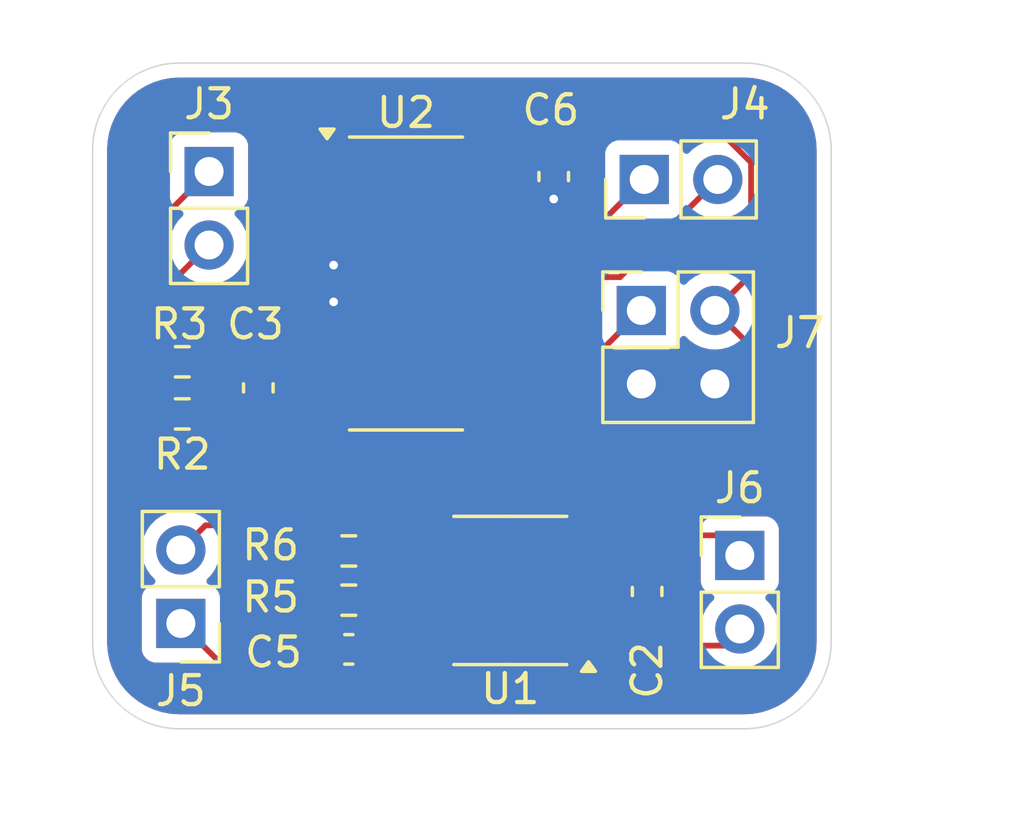
<source format=kicad_pcb>
(kicad_pcb (version 20240108) (generator "pcbnew") (generator_version "8.0")
  (layers (0 "F.Cu" signal) (31 "B.Cu" signal) (34 "B.Paste" user) (35 "F.Paste" user) (36 "B.SilkS" user "B.Silkscreen") (37 "F.SilkS" user "F.Silkscreen") (38 "B.Mask" user) (39 "F.Mask" user) (44 "Edge.Cuts" user))
  (net 0 "")
  (net 1 "+5V")
  (net 2 "GND")
  (net 3 "Net-(U2-INA+)")
  (net 4 "Net-(U2-INA-)")
  (net 5 "Net-(C5-Pad2)")
  (net 6 "+3.3V")
  (net 7 "INA+")
  (net 8 "INA-")
  (net 9 "DOUT")
  (net 10 "PD_SCK")
  (net 11 "CANL")
  (net 12 "CANH")
  (net 13 "TXD")
  (net 14 "RXD")
  (net 15 "STANDBY")
  (footprint "Connector_PinHeader_2.54mm:PinHeader_1x02_P2.54mm_Vertical" (layer "F.Cu") (at 141.025 93.99)
    (property "Reference" "J6" (at 0 -2.33 360) (layer "F.SilkS"))
    (property "Value" "Conn_01x02_Pin")
    (fp_line (start -1.33 -1.33) (end 0 -1.33) (stroke (width 0.12)) (layer "F.SilkS"))
    (fp_line (start -1.33 0) (end -1.33 -1.33) (stroke (width 0.12)) (layer "F.SilkS"))
    (fp_line (start -1.33 1.27) (end -1.33 3.87) (stroke (width 0.12)) (layer "F.SilkS"))
    (fp_line (start -1.33 1.27) (end 1.33 1.27) (stroke (width 0.12)) (layer "F.SilkS"))
    (fp_line (start -1.33 3.87) (end 1.33 3.87) (stroke (width 0.12)) (layer "F.SilkS"))
    (fp_line (start 1.33 1.27) (end 1.33 3.87) (stroke (width 0.12)) (layer "F.SilkS"))
    (pad "1" thru_hole rect (at 0 0) (size 1.7 1.7) (drill 1) (layers "*.Cu" "*.Mask") (net 14 "RXD"))
    (pad "2" thru_hole oval (at 0 2.54) (size 1.7 1.7) (drill 1) (layers "*.Cu" "*.Mask") (net 13 "TXD"))
  )
  (footprint "Capacitor_SMD:C_0603_1608Metric" (layer "F.Cu") (at 137.825 95.235 90)
    (property "Reference" "C2" (at -2.73 0 90) (layer "F.SilkS"))
    (property "Value" "100nF")
    (fp_line (start -0.14058 -0.51) (end 0.14058 -0.51) (stroke (width 0.12)) (layer "F.SilkS"))
    (fp_line (start -0.14058 0.51) (end 0.14058 0.51) (stroke (width 0.12)) (layer "F.SilkS"))
    (pad "1" smd roundrect (at -0.775 0 90) (size 0.9 0.95) (layers "F.Cu" "F.Paste" "F.Mask") (net 2 "GND"))
    (pad "2" smd roundrect (at 0.775 0 90) (size 0.9 0.95) (layers "F.Cu" "F.Paste" "F.Mask") (net 1 "+5V"))
  )
  (footprint "Capacitor_SMD:C_0603_1608Metric" (layer "F.Cu") (at 124.4 88.2 90)
    (property "Reference" "C3" (at 2.2 -0.1 180) (layer "F.SilkS"))
    (property "Value" "0.1uF")
    (fp_line (start -0.14058 -0.51) (end 0.14058 -0.51) (stroke (width 0.12)) (layer "F.SilkS"))
    (fp_line (start -0.14058 0.51) (end 0.14058 0.51) (stroke (width 0.12)) (layer "F.SilkS"))
    (pad "1" smd roundrect (at -0.775 0 90) (size 0.9 0.95) (layers "F.Cu" "F.Paste" "F.Mask") (net 3 "Net-(U2-INA+)"))
    (pad "2" smd roundrect (at 0.775 0 90) (size 0.9 0.95) (layers "F.Cu" "F.Paste" "F.Mask") (net 4 "Net-(U2-INA-)"))
  )
  (footprint "Connector_PinHeader_2.54mm:PinHeader_1x02_P2.54mm_Vertical" (layer "F.Cu") (at 137.725 81 90)
    (property "Reference" "J4" (at 2.6 3.475 180) (layer "F.SilkS"))
    (property "Value" "sig_out")
    (fp_line (start -1.33 -1.33) (end 0 -1.33) (stroke (width 0.12)) (layer "F.SilkS"))
    (fp_line (start -1.33 0) (end -1.33 -1.33) (stroke (width 0.12)) (layer "F.SilkS"))
    (fp_line (start 1.33 1.27) (end 1.33 3.87) (stroke (width 0.12)) (layer "F.SilkS"))
    (fp_line (start -1.33 1.27) (end 1.33 1.27) (stroke (width 0.12)) (layer "F.SilkS"))
    (fp_line (start -1.33 1.27) (end -1.33 3.87) (stroke (width 0.12)) (layer "F.SilkS"))
    (fp_line (start -1.33 3.87) (end 1.33 3.87) (stroke (width 0.12)) (layer "F.SilkS"))
    (pad "1" thru_hole rect (at 0 0 90) (size 1.7 1.7) (drill 1) (layers "*.Cu" "*.Mask") (net 9 "DOUT"))
    (pad "2" thru_hole oval (at 0 2.54 90) (size 1.7 1.7) (drill 1) (layers "*.Cu" "*.Mask") (net 10 "PD_SCK"))
  )
  (footprint "Package_SO:SOIC-8_3.9x4.9mm_P1.27mm" (layer "F.Cu") (at 133.1 95.2 180)
    (property "Reference" "U1" (at 0 -3.4 360) (layer "F.SilkS"))
    (property "Value" "TJA1051T-3")
    (fp_line (start 0 2.56) (end 1.95 2.56) (stroke (width 0.12)) (layer "F.SilkS"))
    (fp_line (start 0 2.56) (end -1.95 2.56) (stroke (width 0.12)) (layer "F.SilkS"))
    (fp_line (start 0 -2.56) (end 1.95 -2.56) (stroke (width 0.12)) (layer "F.SilkS"))
    (fp_line (start 0 -2.56) (end -1.95 -2.56) (stroke (width 0.12)) (layer "F.SilkS"))
    (fp_poly (pts (xy -2.7 -2.465) (xy -2.94 -2.795) (xy -2.46 -2.795) (xy -2.7 -2.465)) (stroke (width 0.12)) (fill solid) (layer "F.SilkS"))
    (pad "1" smd roundrect (at -2.475 -1.905 180) (size 1.95 0.6) (layers "F.Cu" "F.Paste" "F.Mask") (net 13 "TXD"))
    (pad "2" smd roundrect (at -2.475 -0.635 180) (size 1.95 0.6) (layers "F.Cu" "F.Paste" "F.Mask") (net 2 "GND"))
    (pad "3" smd roundrect (at -2.475 0.635 180) (size 1.95 0.6) (layers "F.Cu" "F.Paste" "F.Mask") (net 1 "+5V"))
    (pad "4" smd roundrect (at -2.475 1.905 180) (size 1.95 0.6) (layers "F.Cu" "F.Paste" "F.Mask") (net 14 "RXD"))
    (pad "5" smd roundrect (at 2.475 1.905 180) (size 1.95 0.6) (layers "F.Cu" "F.Paste" "F.Mask") (net 6 "+3.3V"))
    (pad "6" smd roundrect (at 2.475 0.635 180) (size 1.95 0.6) (layers "F.Cu" "F.Paste" "F.Mask") (net 11 "CANL"))
    (pad "7" smd roundrect (at 2.475 -0.635 180) (size 1.95 0.6) (layers "F.Cu" "F.Paste" "F.Mask") (net 12 "CANH"))
    (pad "8" smd roundrect (at 2.475 -1.905 180) (size 1.95 0.6) (layers "F.Cu" "F.Paste" "F.Mask") (net 15 "STANDBY"))
  )
  (footprint "Connector_PinHeader_2.54mm:PinHeader_2x02_P2.54mm_Vertical" (layer "F.Cu") (at 137.625 85.525)
    (property "Reference" "J7" (at 5.475 0.775 0) (layer "F.SilkS"))
    (property "Value" "Conn_02x02_Counter_Clockwise")
    (fp_line (start -1.33 -1.33) (end 0 -1.33) (stroke (width 0.12)) (layer "F.SilkS"))
    (fp_line (start -1.33 0) (end -1.33 -1.33) (stroke (width 0.12)) (layer "F.SilkS"))
    (fp_line (start -1.33 1.27) (end -1.33 3.87) (stroke (width 0.12)) (layer "F.SilkS"))
    (fp_line (start -1.33 1.27) (end 1.27 1.27) (stroke (width 0.12)) (layer "F.SilkS"))
    (fp_line (start -1.33 3.87) (end 3.87 3.87) (stroke (width 0.12)) (layer "F.SilkS"))
    (fp_line (start 1.27 -1.33) (end 3.87 -1.33) (stroke (width 0.12)) (layer "F.SilkS"))
    (fp_line (start 1.27 1.27) (end 1.27 -1.33) (stroke (width 0.12)) (layer "F.SilkS"))
    (fp_line (start 3.87 -1.33) (end 3.87 3.87) (stroke (width 0.12)) (layer "F.SilkS"))
    (pad "1" thru_hole rect (at 0 0) (size 1.7 1.7) (drill 1) (layers "*.Cu" "*.Mask") (net 6 "+3.3V"))
    (pad "2" thru_hole oval (at 2.54 0) (size 1.7 1.7) (drill 1) (layers "*.Cu" "*.Mask") (net 1 "+5V"))
    (pad "3" thru_hole oval (at 0 2.54) (size 1.7 1.7) (drill 1) (layers "*.Cu" "*.Mask") (net 2 "GND"))
    (pad "4" thru_hole oval (at 2.54 2.54) (size 1.7 1.7) (drill 1) (layers "*.Cu" "*.Mask") (net 2 "GND"))
  )
  (footprint "Connector_PinHeader_2.54mm:PinHeader_1x02_P2.54mm_Vertical" (layer "F.Cu") (at 122.7 80.725)
    (property "Reference" "J3" (at 0 -2.33 0) (layer "F.SilkS"))
    (property "Value" "sig_in")
    (fp_line (start -1.33 -1.33) (end 0 -1.33) (stroke (width 0.12)) (layer "F.SilkS"))
    (fp_line (start -1.33 0) (end -1.33 -1.33) (stroke (width 0.12)) (layer "F.SilkS"))
    (fp_line (start -1.33 1.27) (end -1.33 3.87) (stroke (width 0.12)) (layer "F.SilkS"))
    (fp_line (start -1.33 1.27) (end 1.33 1.27) (stroke (width 0.12)) (layer "F.SilkS"))
    (fp_line (start -1.33 3.87) (end 1.33 3.87) (stroke (width 0.12)) (layer "F.SilkS"))
    (fp_line (start 1.33 1.27) (end 1.33 3.87) (stroke (width 0.12)) (layer "F.SilkS"))
    (pad "1" thru_hole rect (at 0 0) (size 1.7 1.7) (drill 1) (layers "*.Cu" "*.Mask") (net 8 "INA-"))
    (pad "2" thru_hole oval (at 0 2.54) (size 1.7 1.7) (drill 1) (layers "*.Cu" "*.Mask") (net 7 "INA+"))
  )
  (footprint "Resistor_SMD:R_0603_1608Metric" (layer "F.Cu") (at 121.775 87.3 180)
    (property "Reference" "R3" (at 0.1 1.3 360) (layer "F.SilkS"))
    (property "Value" "100")
    (fp_line (start -0.237258 0.5225) (end 0.237258 0.5225) (stroke (width 0.12)) (layer "F.SilkS"))
    (fp_line (start -0.237258 -0.5225) (end 0.237258 -0.5225) (stroke (width 0.12)) (layer "F.SilkS"))
    (pad "1" smd roundrect (at -0.825 0 180) (size 0.8 0.95) (layers "F.Cu" "F.Paste" "F.Mask") (net 4 "Net-(U2-INA-)"))
    (pad "2" smd roundrect (at 0.825 0 180) (size 0.8 0.95) (layers "F.Cu" "F.Paste" "F.Mask") (net 8 "INA-"))
  )
  (footprint "Connector_PinHeader_2.54mm:PinHeader_1x02_P2.54mm_Vertical" (layer "F.Cu") (at 121.725 96.34 180)
    (property "Reference" "J5" (at 0 -2.33 360) (layer "F.SilkS"))
    (property "Value" "Conn_01x02_Pin")
    (fp_line (start 1.33 1.27) (end 1.33 3.87) (stroke (width 0.12)) (layer "F.SilkS"))
    (fp_line (start -1.33 3.87) (end 1.33 3.87) (stroke (width 0.12)) (layer "F.SilkS"))
    (fp_line (start -1.33 1.27) (end 1.33 1.27) (stroke (width 0.12)) (layer "F.SilkS"))
    (fp_line (start -1.33 1.27) (end -1.33 3.87) (stroke (width 0.12)) (layer "F.SilkS"))
    (fp_line (start -1.33 0) (end -1.33 -1.33) (stroke (width 0.12)) (layer "F.SilkS"))
    (fp_line (start -1.33 -1.33) (end 0 -1.33) (stroke (width 0.12)) (layer "F.SilkS"))
    (pad "1" thru_hole rect (at 0 0 180) (size 1.7 1.7) (drill 1) (layers "*.Cu" "*.Mask") (net 12 "CANH"))
    (pad "2" thru_hole oval (at 0 2.54 180) (size 1.7 1.7) (drill 1) (layers "*.Cu" "*.Mask") (net 11 "CANL"))
  )
  (footprint "Resistor_SMD:R_0603_1608Metric" (layer "F.Cu") (at 121.775 89.1 180)
    (property "Reference" "R2" (at 0 -1.4 360) (layer "F.SilkS"))
    (property "Value" "100")
    (fp_line (start -0.237258 0.5225) (end 0.237258 0.5225) (stroke (width 0.12)) (layer "F.SilkS"))
    (fp_line (start -0.237258 -0.5225) (end 0.237258 -0.5225) (stroke (width 0.12)) (layer "F.SilkS"))
    (pad "1" smd roundrect (at -0.825 0 180) (size 0.8 0.95) (layers "F.Cu" "F.Paste" "F.Mask") (net 3 "Net-(U2-INA+)"))
    (pad "2" smd roundrect (at 0.825 0 180) (size 0.8 0.95) (layers "F.Cu" "F.Paste" "F.Mask") (net 7 "INA+"))
  )
  (footprint "Resistor_SMD:R_0603_1608Metric" (layer "F.Cu") (at 127.525 95.535)
    (property "Reference" "R5" (at -2.7 -0.1 360) (layer "F.SilkS"))
    (property "Value" "60")
    (fp_line (start -0.237258 -0.5225) (end 0.237258 -0.5225) (stroke (width 0.12)) (layer "F.SilkS"))
    (fp_line (start -0.237258 0.5225) (end 0.237258 0.5225) (stroke (width 0.12)) (layer "F.SilkS"))
    (pad "1" smd roundrect (at -0.825 0) (size 0.8 0.95) (layers "F.Cu" "F.Paste" "F.Mask") (net 5 "Net-(C5-Pad2)"))
    (pad "2" smd roundrect (at 0.825 0) (size 0.8 0.95) (layers "F.Cu" "F.Paste" "F.Mask") (net 12 "CANH"))
  )
  (footprint "Capacitor_SMD:C_0603_1608Metric" (layer "F.Cu") (at 127.525 97.235 180)
    (property "Reference" "C5" (at 2.6 -0.1 360) (layer "F.SilkS"))
    (property "Value" "1uF")
    (fp_line (start -0.14058 0.51) (end 0.14058 0.51) (stroke (width 0.12)) (layer "F.SilkS"))
    (fp_line (start -0.14058 -0.51) (end 0.14058 -0.51) (stroke (width 0.12)) (layer "F.SilkS"))
    (pad "1" smd roundrect (at -0.775 0 180) (size 0.9 0.95) (layers "F.Cu" "F.Paste" "F.Mask") (net 2 "GND"))
    (pad "2" smd roundrect (at 0.775 0 180) (size 0.9 0.95) (layers "F.Cu" "F.Paste" "F.Mask") (net 5 "Net-(C5-Pad2)"))
  )
  (footprint "Package_SO:SOP-16_3.9x9.9mm_P1.27mm" (layer "F.Cu") (at 129.5 84.595)
    (property "Reference" "U2" (at 0 -5.9 0) (layer "F.SilkS"))
    (property "Value" "HX711")
    (fp_line (start 0 -5.06) (end -1.95 -5.06) (stroke (width 0.12)) (layer "F.SilkS"))
    (fp_line (start 0 -5.06) (end 1.95 -5.06) (stroke (width 0.12)) (layer "F.SilkS"))
    (fp_line (start 0 5.06) (end -1.95 5.06) (stroke (width 0.12)) (layer "F.SilkS"))
    (fp_line (start 0 5.06) (end 1.95 5.06) (stroke (width 0.12)) (layer "F.SilkS"))
    (fp_poly (pts (xy -2.725 -5.005) (xy -2.965 -5.335) (xy -2.485 -5.335) (xy -2.725 -5.005)) (stroke (width 0.12)) (fill solid) (layer "F.SilkS"))
    (pad "1" smd roundrect (at -2.5 -4.445) (size 2 0.6) (layers "F.Cu" "F.Paste" "F.Mask") (net 1 "+5V"))
    (pad "2" smd roundrect (at -2.5 -3.175) (size 2 0.6) (layers "F.Cu" "F.Paste" "F.Mask"))
    (pad "3" smd roundrect (at -2.5 -1.905) (size 2 0.6) (layers "F.Cu" "F.Paste" "F.Mask") (net 1 "+5V"))
    (pad "4" smd roundrect (at -2.5 -0.635) (size 2 0.6) (layers "F.Cu" "F.Paste" "F.Mask") (net 2 "GND"))
    (pad "5" smd roundrect (at -2.5 0.635) (size 2 0.6) (layers "F.Cu" "F.Paste" "F.Mask") (net 2 "GND"))
    (pad "6" smd roundrect (at -2.5 1.905) (size 2 0.6) (layers "F.Cu" "F.Paste" "F.Mask"))
    (pad "7" smd roundrect (at -2.5 3.175) (size 2 0.6) (layers "F.Cu" "F.Paste" "F.Mask") (net 4 "Net-(U2-INA-)"))
    (pad "8" smd roundrect (at -2.5 4.445) (size 2 0.6) (layers "F.Cu" "F.Paste" "F.Mask") (net 3 "Net-(U2-INA+)"))
    (pad "9" smd roundrect (at 2.5 4.445) (size 2 0.6) (layers "F.Cu" "F.Paste" "F.Mask"))
    (pad "10" smd roundrect (at 2.5 3.175) (size 2 0.6) (layers "F.Cu" "F.Paste" "F.Mask"))
    (pad "11" smd roundrect (at 2.5 1.905) (size 2 0.6) (layers "F.Cu" "F.Paste" "F.Mask") (net 10 "PD_SCK"))
    (pad "12" smd roundrect (at 2.5 0.635) (size 2 0.6) (layers "F.Cu" "F.Paste" "F.Mask") (net 9 "DOUT"))
    (pad "13" smd roundrect (at 2.5 -0.635) (size 2 0.6) (layers "F.Cu" "F.Paste" "F.Mask"))
    (pad "14" smd roundrect (at 2.5 -1.905) (size 2 0.6) (layers "F.Cu" "F.Paste" "F.Mask") (net 2 "GND"))
    (pad "15" smd roundrect (at 2.5 -3.175) (size 2 0.6) (layers "F.Cu" "F.Paste" "F.Mask") (net 6 "+3.3V"))
    (pad "16" smd roundrect (at 2.5 -4.445) (size 2 0.6) (layers "F.Cu" "F.Paste" "F.Mask") (net 6 "+3.3V"))
  )
  (footprint "Resistor_SMD:R_0603_1608Metric" (layer "F.Cu") (at 127.525 93.835 180)
    (property "Reference" "R6" (at 2.7 0.2 360) (layer "F.SilkS"))
    (property "Value" "60")
    (fp_line (start -0.237258 0.5225) (end 0.237258 0.5225) (stroke (width 0.12)) (layer "F.SilkS"))
    (fp_line (start -0.237258 -0.5225) (end 0.237258 -0.5225) (stroke (width 0.12)) (layer "F.SilkS"))
    (pad "1" smd roundrect (at -0.825 0 180) (size 0.8 0.95) (layers "F.Cu" "F.Paste" "F.Mask") (net 11 "CANL"))
    (pad "2" smd roundrect (at 0.825 0 180) (size 0.8 0.95) (layers "F.Cu" "F.Paste" "F.Mask") (net 5 "Net-(C5-Pad2)"))
  )
  (footprint "Capacitor_SMD:C_0603_1608Metric" (layer "F.Cu") (at 134.6 80.9 90)
    (property "Reference" "C6" (at 2.3 -0.1 180) (layer "F.SilkS"))
    (property "Value" "10uF")
    (fp_line (start -0.14058 -0.51) (end 0.14058 -0.51) (stroke (width 0.12)) (layer "F.SilkS"))
    (fp_line (start -0.14058 0.51) (end 0.14058 0.51) (stroke (width 0.12)) (layer "F.SilkS"))
    (pad "1" smd roundrect (at -0.775 0 90) (size 0.9 0.95) (layers "F.Cu" "F.Paste" "F.Mask") (net 2 "GND"))
    (pad "2" smd roundrect (at 0.775 0 90) (size 0.9 0.95) (layers "F.Cu" "F.Paste" "F.Mask") (net 6 "+3.3V"))
  )
  (gr_line (start 144.17868 79.97868) (end 144.17868 96.97868) (stroke (width 0.05)) (layer "Edge.Cuts"))
  (gr_arc (start 121.67868 99.97868) (mid 119.55736 99.1) (end 118.67868 96.97868) (stroke (width 0.05)) (layer "Edge.Cuts"))
  (gr_arc (start 118.67868 79.97868) (mid 119.55736 77.85736) (end 121.67868 76.97868) (stroke (width 0.05)) (layer "Edge.Cuts"))
  (gr_arc (start 141.17868 76.97868) (mid 143.3 77.85736) (end 144.17868 79.97868) (stroke (width 0.05)) (layer "Edge.Cuts"))
  (gr_line (start 121.67868 76.97868) (end 141.17868 76.97868) (stroke (width 0.05)) (layer "Edge.Cuts"))
  (gr_line (start 118.67868 96.97868) (end 118.67868 79.97868) (stroke (width 0.05)) (layer "Edge.Cuts"))
  (gr_arc (start 144.17868 96.97868) (mid 143.3 99.1) (end 141.17868 99.97868) (stroke (width 0.05)) (layer "Edge.Cuts"))
  (gr_line (start 141.17868 99.97868) (end 121.67868 99.97868) (stroke (width 0.05)) (layer "Edge.Cuts"))
  (segment (start 134.3 94.264999) (end 134.600001 94.565) (width 0.2) (layer "F.Cu") (net 1))
  (segment (start 134.505 92.695) (end 134.3 92.9) (width 0.2) (layer "F.Cu") (net 1))
  (segment (start 135.575 94.565) (end 137.72 94.565) (width 0.2) (layer "F.Cu") (net 1))
  (segment (start 129.225 79.375) (end 140.375 79.375) (width 0.2) (layer "F.Cu") (net 1))
  (segment (start 126.000001 82.69) (end 127 82.69) (width 0.2) (layer "F.Cu") (net 1))
  (segment (start 127 80.15) (end 126.000001 80.15) (width 0.2) (layer "F.Cu") (net 1))
  (segment (start 141.415 84.275) (end 140.165 85.525) (width 0.2) (layer "F.Cu") (net 1))
  (segment (start 140.165 85.525) (end 141.315 86.675) (width 0.2) (layer "F.Cu") (net 1))
  (segment (start 141.315 88.541346) (end 137.161346 92.695) (width 0.2) (layer "F.Cu") (net 1))
  (segment (start 137.161346 92.695) (end 134.505 92.695) (width 0.2) (layer "F.Cu") (net 1))
  (segment (start 134.3 92.9) (end 134.3 94.264999) (width 0.2) (layer "F.Cu") (net 1))
  (segment (start 125.7 82.389999) (end 126.000001 82.69) (width 0.2) (layer "F.Cu") (net 1))
  (segment (start 134.600001 94.565) (end 135.575 94.565) (width 0.2) (layer "F.Cu") (net 1))
  (segment (start 140.375 79.375) (end 141.415 80.415) (width 0.2) (layer "F.Cu") (net 1))
  (segment (start 127 80.15) (end 128.45 80.15) (width 0.2) (layer "F.Cu") (net 1))
  (segment (start 141.315 86.675) (end 141.315 88.541346) (width 0.2) (layer "F.Cu") (net 1))
  (segment (start 141.415 80.415) (end 141.415 84.275) (width 0.2) (layer "F.Cu") (net 1))
  (segment (start 125.7 80.450001) (end 125.7 82.389999) (width 0.2) (layer "F.Cu") (net 1))
  (segment (start 126.000001 80.15) (end 125.7 80.450001) (width 0.2) (layer "F.Cu") (net 1))
  (segment (start 128.45 80.15) (end 129.225 79.375) (width 0.2) (layer "F.Cu") (net 1))
  (segment (start 137.72 94.565) (end 137.825 94.46) (width 0.2) (layer "F.Cu") (net 1))
  (segment (start 128.3 97.235) (end 128.77 97.705) (width 0.2) (layer "F.Cu") (net 2))
  (segment (start 134.655 95.835) (end 135.575 95.835) (width 0.2) (layer "F.Cu") (net 2))
  (segment (start 137.65 95.835) (end 137.825 96.01) (width 0.2) (layer "F.Cu") (net 2))
  (segment (start 132.785 97.705) (end 134.655 95.835) (width 0.2) (layer "F.Cu") (net 2))
  (segment (start 135.575 95.835) (end 137.65 95.835) (width 0.2) (layer "F.Cu") (net 2))
  (segment (start 128.77 97.705) (end 132.785 97.705) (width 0.2) (layer "F.Cu") (net 2))
  (via (at 127 85.23) (size 0.6) (drill 0.3) (layers "F.Cu" "B.Cu") (net 2))
  (via (at 127 83.96) (size 0.6) (drill 0.3) (layers "F.Cu" "B.Cu") (net 2))
  (via (at 134.6 81.675) (size 0.6) (drill 0.3) (layers "F.Cu" "B.Cu") (net 2))
  (segment (start 124.465 89.04) (end 124.4 88.975) (width 0.2) (layer "F.Cu") (net 3))
  (segment (start 122.725 88.975) (end 122.6 89.1) (width 0.2) (layer "F.Cu") (net 3))
  (segment (start 127 89.04) (end 124.465 89.04) (width 0.2) (layer "F.Cu") (net 3))
  (segment (start 124.4 88.975) (end 122.725 88.975) (width 0.2) (layer "F.Cu") (net 3))
  (segment (start 127 87.77) (end 124.745 87.77) (width 0.2) (layer "F.Cu") (net 4))
  (segment (start 122.6 87.3) (end 124.275 87.3) (width 0.2) (layer "F.Cu") (net 4))
  (segment (start 124.745 87.77) (end 124.4 87.425) (width 0.2) (layer "F.Cu") (net 4))
  (segment (start 124.275 87.3) (end 124.4 87.425) (width 0.2) (layer "F.Cu") (net 4))
  (segment (start 126.7 95.535) (end 126.7 93.835) (width 0.2) (layer "F.Cu") (net 5))
  (segment (start 126.75 97.235) (end 126.75 95.585) (width 0.2) (layer "F.Cu") (net 5))
  (segment (start 126.75 95.585) (end 126.7 95.535) (width 0.2) (layer "F.Cu") (net 5))
  (segment (start 128.9 83.520001) (end 128.9 92.7) (width 0.2) (layer "F.Cu") (net 6))
  (segment (start 132 80.15) (end 134.575 80.15) (width 0.2) (layer "F.Cu") (net 6))
  (segment (start 128.9 92.7) (end 129.5 93.3) (width 0.2) (layer "F.Cu") (net 6))
  (segment (start 131.000001 81.42) (end 128.9 83.520001) (width 0.2) (layer "F.Cu") (net 6))
  (segment (start 133.1 80.15) (end 132 80.15) (width 0.2) (layer "F.Cu") (net 6))
  (segment (start 132.505 93.295) (end 130.625 93.295) (width 0.2) (layer "F.Cu") (net 6))
  (segment (start 132 81.42) (end 133.18 81.42) (width 0.2) (layer "F.Cu") (net 6))
  (segment (start 133.18 81.42) (end 133.45 81.15) (width 0.2) (layer "F.Cu") (net 6))
  (segment (start 137.625 85.525) (end 133.8 89.35) (width 0.2) (layer "F.Cu") (net 6))
  (segment (start 133.45 80.5) (end 133.1 80.15) (width 0.2) (layer "F.Cu") (net 6))
  (segment (start 129.5 93.3) (end 129.505 93.295) (width 0.2) (layer "F.Cu") (net 6))
  (segment (start 132 81.42) (end 131.000001 81.42) (width 0.2) (layer "F.Cu") (net 6))
  (segment (start 133.8 92) (end 132.505 93.295) (width 0.2) (layer "F.Cu") (net 6))
  (segment (start 129.505 93.295) (end 130.625 93.295) (width 0.2) (layer "F.Cu") (net 6))
  (segment (start 133.8 89.35) (end 133.8 92) (width 0.2) (layer "F.Cu") (net 6))
  (segment (start 133.45 81.15) (end 133.45 80.5) (width 0.2) (layer "F.Cu") (net 6))
  (segment (start 134.575 80.15) (end 134.6 80.125) (width 0.2) (layer "F.Cu") (net 6))
  (segment (start 120.95 89.1) (end 121.65 88.4) (width 0.2) (layer "F.Cu") (net 7))
  (segment (start 121.65 88.4) (end 121.65 84.315) (width 0.2) (layer "F.Cu") (net 7))
  (segment (start 121.65 84.315) (end 122.7 83.265) (width 0.2) (layer "F.Cu") (net 7))
  (segment (start 120.95 82.475) (end 122.7 80.725) (width 0.2) (layer "F.Cu") (net 8))
  (segment (start 120.95 87.3) (end 120.95 82.475) (width 0.2) (layer "F.Cu") (net 8))
  (segment (start 137.725 81) (end 133.495 85.23) (width 0.2) (layer "F.Cu") (net 9))
  (segment (start 133.495 85.23) (end 132 85.23) (width 0.2) (layer "F.Cu") (net 9))
  (segment (start 140.265 81) (end 136.89 84.375) (width 0.2) (layer "F.Cu") (net 10))
  (segment (start 136.89 84.375) (end 134.925 84.375) (width 0.2) (layer "F.Cu") (net 10))
  (segment (start 132.8 86.5) (end 132 86.5) (width 0.2) (layer "F.Cu") (net 10))
  (segment (start 134.925 84.375) (end 132.8 86.5) (width 0.2) (layer "F.Cu") (net 10))
  (segment (start 130.625 94.565) (end 129.08 94.565) (width 0.2) (layer "F.Cu") (net 11))
  (segment (start 121.725 93.8) (end 122.575 92.95) (width 0.2) (layer "F.Cu") (net 11))
  (segment (start 127.465 92.95) (end 128.35 93.835) (width 0.2) (layer "F.Cu") (net 11))
  (segment (start 122.575 92.95) (end 127.465 92.95) (width 0.2) (layer "F.Cu") (net 11))
  (segment (start 129.08 94.565) (end 128.35 93.835) (width 0.2) (layer "F.Cu") (net 11))
  (segment (start 127.5 97.708696) (end 127.143696 98.065) (width 0.2) (layer "F.Cu") (net 12))
  (segment (start 128.35 95.535) (end 127.5 96.385) (width 0.2) (layer "F.Cu") (net 12))
  (segment (start 127.5 96.385) (end 127.5 97.708696) (width 0.2) (layer "F.Cu") (net 12))
  (segment (start 128.65 95.835) (end 128.35 95.535) (width 0.2) (layer "F.Cu") (net 12))
  (segment (start 130.625 95.835) (end 128.65 95.835) (width 0.2) (layer "F.Cu") (net 12))
  (segment (start 123.45 98.065) (end 121.725 96.34) (width 0.2) (layer "F.Cu") (net 12))
  (segment (start 127.143696 98.065) (end 123.45 98.065) (width 0.2) (layer "F.Cu") (net 12))
  (segment (start 141.025 96.53) (end 140.45 97.105) (width 0.2) (layer "F.Cu") (net 13))
  (segment (start 140.45 97.105) (end 135.575 97.105) (width 0.2) (layer "F.Cu") (net 13))
  (segment (start 140.33 93.295) (end 135.575 93.295) (width 0.2) (layer "F.Cu") (net 14))
  (segment (start 141.025 93.99) (end 140.33 93.295) (width 0.2) (layer "F.Cu") (net 14))
  (zone (net 2) (net_name "GND") (layer "F.Cu") (connect_pads (clearance 0.5)) (min_thickness 0.25) (fill yes (thermal_gap 0) (thermal_bridge_width 2))
    (polygon (pts (xy 117.6 75.9) (xy 117.6 101.7) (xy 145.3 101.9) (xy 145.3 75.9)))
  )
  (zone (net 2) (net_name "GND") (layer "B.Cu") (priority 1) (connect_pads (clearance 0.5)) (min_thickness 0.25) (fill yes (thermal_gap 0) (thermal_bridge_width 2))
    (polygon (pts (xy 117.2 102.7) (xy 146.7 103.1) (xy 146.5 75.2) (xy 117 74.8)))
  )
)
</source>
